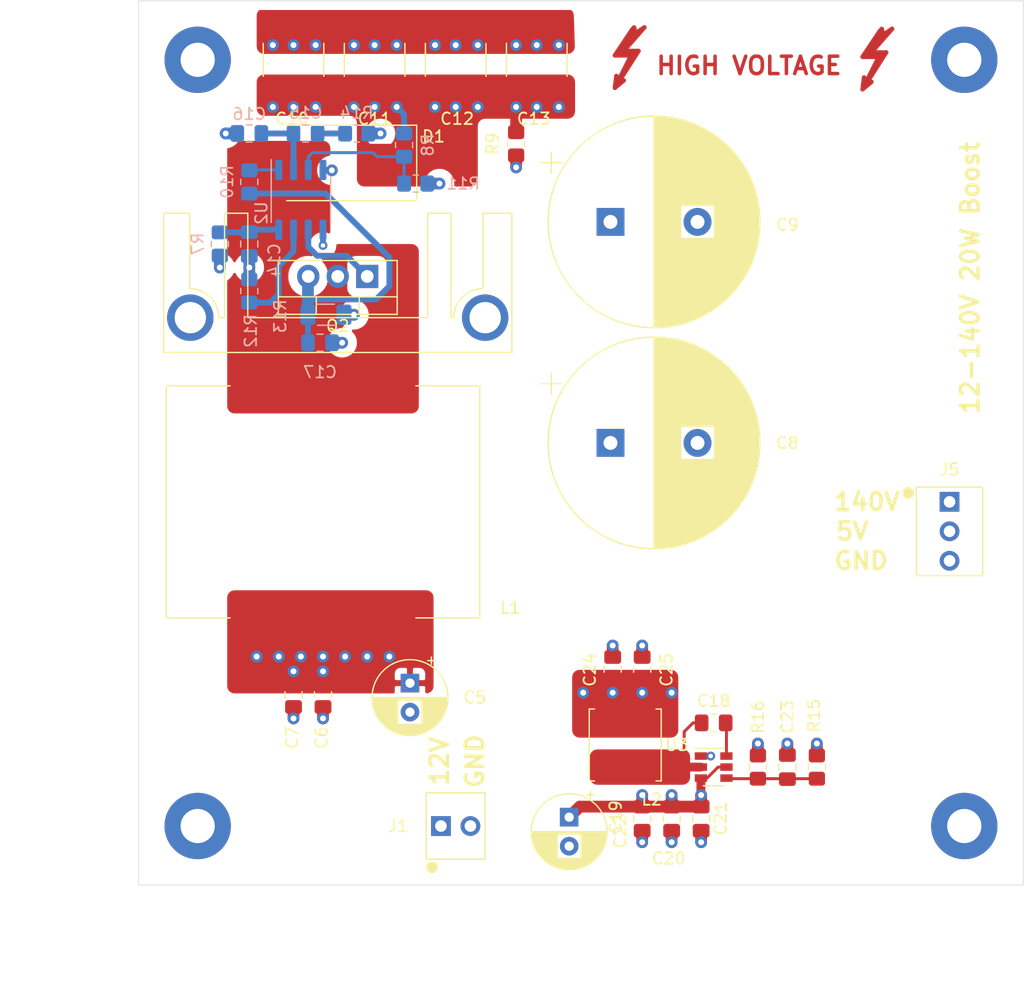
<source format=kicad_pcb>
(kicad_pcb (version 20171130) (host pcbnew "(5.1.9)-1")
  (layers (0 F.Cu signal) (1 In1.Cu signal hide) (2 In2.Cu signal hide) (31 B.Cu signal) (34 B.Paste user) (35 F.Paste user) (36 B.SilkS user) (37 F.SilkS user) (38 B.Mask user) (39 F.Mask user hide) (44 Edge.Cuts user))
  (net 0 "")
  (net 1 GND)
  (net 2 +5V)
  (net 3 +12V)
  (net 4 "Net-(C14-Pad1)")
  (net 5 "Net-(C15-Pad2)")
  (net 6 "Net-(C15-Pad1)")
  (net 7 "Net-(D1-Pad2)")
  (net 8 "Net-(Q2-Pad1)")
  (net 9 "Net-(R11-Pad1)")
  (net 10 150V)
  (net 11 "Net-(R10-Pad2)")
  (net 12 "Net-(R12-Pad1)")
  (net 13 "Net-(C17-Pad1)")
  (net 14 "Net-(C18-Pad2)")
  (net 15 "Net-(C18-Pad1)")
  (net 16 "Net-(C23-Pad2)")
  (module My_Library:640456-3 (layer F.Cu) (at 120.65 96.52)
    (fp_text reference J5 (at 0 -5.334) (layer F.SilkS))
    (fp_text value PWR_OUT)
    (pad 2 thru_hole circle (at 0 0) (size 1.7 1.7) (drill 1) (layers *.Cu *.Mask) (net 2 +5V))
    (pad 1 thru_hole rect (at 0 -2.54) (size 1.7 1.7) (drill 1) (layers *.Cu *.Mask) (net 10 150V))
    (pad 3 thru_hole circle (at 0 2.54) (size 1.7 1.7) (drill 1) (layers *.Cu *.Mask) (net 1 GND))
  )
  (module Capacitor_THT:CP_Radial_D6.3mm_P2.50mm (layer F.Cu) (at 87.884 121.158 270)
    (fp_text reference C22 (at 1.25 -4.4 90) (layer F.SilkS))
    (fp_text value 100uF)
    (pad 2 thru_hole circle (at 2.5 0 270) (size 1.6 1.6) (drill 0.8) (layers *.Cu *.Mask) (net 1 GND))
    (pad 1 thru_hole rect (at 0 0 270) (size 1.6 1.6) (drill 0.8) (layers *.Cu *.Mask) (net 3 +12V))
  )
  (module Inductor_SMD:L_Bourns_SRN6045TA (layer F.Cu) (at 92.71 114.935 270)
    (fp_text reference L2 (at 4.699 -2.286 180) (layer F.SilkS))
    (fp_text value 4.7uH)
    (pad 2 smd rect (at 2.075 0 270) (size 2.35 5.1) (layers F.Cu F.Paste F.Mask) (net 14 "Net-(C18-Pad2)"))
    (pad 1 smd rect (at -2.075 0 270) (size 2.35 5.1) (layers F.Cu F.Paste F.Mask) (net 2 +5V))
  )
  (module Capacitor_SMD:C_0805_2012Metric_Pad1.18x1.45mm_HandSolder (layer F.Cu) (at 100.33 113.03 180)
    (fp_text reference C18 (at 0 1.905) (layer F.SilkS))
    (fp_text value 0.1uF)
    (pad 2 smd roundrect (at 1.0375 0 180) (size 1.175 1.45) (layers F.Cu F.Paste F.Mask) (roundrect_rratio 0.2127659574468085) (net 14 "Net-(C18-Pad2)"))
    (pad 1 smd roundrect (at -1.0375 0 180) (size 1.175 1.45) (layers F.Cu F.Paste F.Mask) (roundrect_rratio 0.2127659574468085) (net 15 "Net-(C18-Pad1)"))
  )
  (module Package_TO_SOT_SMD:SOT-23-6 (layer F.Cu) (at 100.33 116.84)
    (fp_text reference U3 (at -3.175 -1.905) (layer F.SilkS))
    (fp_text value TPS561201)
    (pad 5 smd rect (at 1.1 0) (size 1.06 0.65) (layers F.Cu F.Paste F.Mask) (net 3 +12V))
    (pad 6 smd rect (at 1.1 -0.95) (size 1.06 0.65) (layers F.Cu F.Paste F.Mask) (net 15 "Net-(C18-Pad1)"))
    (pad 4 smd rect (at 1.1 0.95) (size 1.06 0.65) (layers F.Cu F.Paste F.Mask) (net 16 "Net-(C23-Pad2)"))
    (pad 3 smd rect (at -1.1 0.95) (size 1.06 0.65) (layers F.Cu F.Paste F.Mask) (net 3 +12V))
    (pad 2 smd rect (at -1.1 0) (size 1.06 0.65) (layers F.Cu F.Paste F.Mask) (net 14 "Net-(C18-Pad2)"))
    (pad 1 smd rect (at -1.1 -0.95) (size 1.06 0.65) (layers F.Cu F.Paste F.Mask) (net 1 GND))
  )
  (module Symbol:Symbol_Highvoltage_Type1_CopperTop_Small (layer F.Cu) (at 92.202 56.261)
    (fp_text reference REF** hide)
    (fp_text value Symbol_Highvoltage_Type1_CopperTop_Small)
    (fp_line (start -0.127 1.524) (end -0.254 1.016) (layer F.Cu) (width 0.381))
    (fp_line (start 1.016 -0.762) (end -0.127 1.524) (layer F.Cu) (width 0.381))
    (fp_line (start -0.381 -0.762) (end 1.016 -0.762) (layer F.Cu) (width 0.381))
    (fp_line (start 1.143 -3.048) (end -0.381 -0.762) (layer F.Cu) (width 0.381))
    (fp_line (start 1.397 -2.667) (end 1.27 -3.175) (layer F.Cu) (width 0.381))
    (fp_line (start 2.159 -3.175) (end 1.397 -2.667) (layer F.Cu) (width 0.381))
    (fp_line (start 0.381 -1.143) (end 2.159 -3.175) (layer F.Cu) (width 0.381))
    (fp_line (start 1.651 -1.143) (end 0.381 -1.143) (layer F.Cu) (width 0.381))
    (fp_line (start -0.127 1.651) (end 1.651 -1.143) (layer F.Cu) (width 0.381))
    (fp_line (start 0.381 1.397) (end -0.127 1.651) (layer F.Cu) (width 0.381))
    (fp_line (start -0.381 2.032) (end 0.381 1.397) (layer F.Cu) (width 0.381))
    (fp_line (start -0.254 1.016) (end -0.381 2.032) (layer F.Cu) (width 0.381))
    (fp_line (start 0 -0.889) (end 1.27 -0.889) (layer F.Cu) (width 0.381))
    (fp_line (start 1.397 -2.794) (end 0 -0.889) (layer F.Cu) (width 0.381))
  )
  (module Symbol:Symbol_Highvoltage_Type1_CopperTop_Small (layer F.Cu) (at 113.538 56.388)
    (fp_text reference REF** hide)
    (fp_text value Symbol_Highvoltage_Type1_CopperTop_Small)
    (fp_line (start -0.127 1.524) (end -0.254 1.016) (layer F.Cu) (width 0.381))
    (fp_line (start 1.016 -0.762) (end -0.127 1.524) (layer F.Cu) (width 0.381))
    (fp_line (start -0.381 -0.762) (end 1.016 -0.762) (layer F.Cu) (width 0.381))
    (fp_line (start 1.143 -3.048) (end -0.381 -0.762) (layer F.Cu) (width 0.381))
    (fp_line (start 1.397 -2.667) (end 1.27 -3.175) (layer F.Cu) (width 0.381))
    (fp_line (start 2.159 -3.175) (end 1.397 -2.667) (layer F.Cu) (width 0.381))
    (fp_line (start 0.381 -1.143) (end 2.159 -3.175) (layer F.Cu) (width 0.381))
    (fp_line (start 1.651 -1.143) (end 0.381 -1.143) (layer F.Cu) (width 0.381))
    (fp_line (start -0.127 1.651) (end 1.651 -1.143) (layer F.Cu) (width 0.381))
    (fp_line (start 0.381 1.397) (end -0.127 1.651) (layer F.Cu) (width 0.381))
    (fp_line (start -0.381 2.032) (end 0.381 1.397) (layer F.Cu) (width 0.381))
    (fp_line (start -0.254 1.016) (end -0.381 2.032) (layer F.Cu) (width 0.381))
    (fp_line (start 0 -0.889) (end 1.27 -0.889) (layer F.Cu) (width 0.381))
    (fp_line (start 1.397 -2.794) (end 0 -0.889) (layer F.Cu) (width 0.381))
  )
  (module Capacitor_SMD:C_2220_5650Metric_Pad1.97x5.40mm_HandSolder (layer F.Cu) (at 85.09 55.88 90)
    (fp_text reference C13 (at -5.08 -0.254 180) (layer F.SilkS))
    (fp_text value 1uF)
    (pad 2 smd roundrect (at 2.6375 0 90) (size 1.975 5.4) (layers F.Cu F.Paste F.Mask) (roundrect_rratio 0.1265812658227848) (net 1 GND))
    (pad 1 smd roundrect (at -2.6375 0 90) (size 1.975 5.4) (layers F.Cu F.Paste F.Mask) (roundrect_rratio 0.1265812658227848) (net 10 150V))
  )
  (module Capacitor_SMD:C_2220_5650Metric_Pad1.97x5.40mm_HandSolder (layer F.Cu) (at 78.105 55.88 90)
    (fp_text reference C12 (at -5.08 0.127) (layer F.SilkS))
    (fp_text value 1uF)
    (pad 2 smd roundrect (at 2.6375 0 90) (size 1.975 5.4) (layers F.Cu F.Paste F.Mask) (roundrect_rratio 0.1265812658227848) (net 1 GND))
    (pad 1 smd roundrect (at -2.6375 0 90) (size 1.975 5.4) (layers F.Cu F.Paste F.Mask) (roundrect_rratio 0.1265812658227848) (net 10 150V))
  )
  (module Capacitor_SMD:C_2220_5650Metric_Pad1.97x5.40mm_HandSolder (layer F.Cu) (at 71.12 55.88 90)
    (fp_text reference C11 (at -5.08 0 180) (layer F.SilkS))
    (fp_text value 1uF)
    (pad 2 smd roundrect (at 2.6375 0 90) (size 1.975 5.4) (layers F.Cu F.Paste F.Mask) (roundrect_rratio 0.1265812658227848) (net 1 GND))
    (pad 1 smd roundrect (at -2.6375 0 90) (size 1.975 5.4) (layers F.Cu F.Paste F.Mask) (roundrect_rratio 0.1265812658227848) (net 10 150V))
  )
  (module Capacitor_SMD:C_2220_5650Metric_Pad1.97x5.40mm_HandSolder (layer F.Cu) (at 64.135 55.88 90)
    (fp_text reference C10 (at -5.08 -0.127) (layer F.SilkS))
    (fp_text value 1uF)
    (pad 2 smd roundrect (at 2.6375 0 90) (size 1.975 5.4) (layers F.Cu F.Paste F.Mask) (roundrect_rratio 0.1265812658227848) (net 1 GND))
    (pad 1 smd roundrect (at -2.6375 0 90) (size 1.975 5.4) (layers F.Cu F.Paste F.Mask) (roundrect_rratio 0.1265812658227848) (net 10 150V))
  )
  (module "My_Library:#4 Hole" (layer F.Cu) (at 121.92 121.92)
    (fp_text reference REF** hide)
    (fp_text value "#4 Hole")
    (pad 1 thru_hole circle (at 0 0) (size 5.715 5.715) (drill 2.9464) (layers *.Cu *.Mask))
  )
  (module Resistor_SMD:R_0805_2012Metric_Pad1.20x1.40mm_HandSolder (layer B.Cu) (at 60.325 66.405 90)
    (fp_text reference R10 (at 0 -1.905 90) (layer B.SilkS) (effects (justify mirror)))
    (fp_text value 0.0)
    (pad 2 smd roundrect (at 1 0 90) (size 1.2 1.4) (layers B.Cu B.Paste B.Mask) (roundrect_rratio 0.2083325) (net 11 "Net-(R10-Pad2)"))
    (pad 1 smd roundrect (at -1 0 90) (size 1.2 1.4) (layers B.Cu B.Paste B.Mask) (roundrect_rratio 0.2083325) (net 13 "Net-(C17-Pad1)"))
  )
  (module "My_Library:#4 Hole" (layer F.Cu) (at 121.92 55.88)
    (fp_text reference REF** hide)
    (fp_text value "#4 Hole")
    (pad 1 thru_hole circle (at 0 0) (size 5.715 5.715) (drill 2.9464) (layers *.Cu *.Mask))
  )
  (module "My_Library:#4 Hole" (layer F.Cu) (at 55.88 121.92)
    (fp_text reference REF** hide)
    (fp_text value "#4 Hole")
    (pad 1 thru_hole circle (at 0 0) (size 5.715 5.715) (drill 2.9464) (layers *.Cu *.Mask))
  )
  (module "My_Library:#4 Hole" (layer F.Cu) (at 55.88 55.88)
    (fp_text reference REF** hide)
    (fp_text value "#4 Hole")
    (pad 1 thru_hole circle (at 0 0) (size 5.715 5.715) (drill 2.9464) (layers *.Cu *.Mask))
  )
  (module Package_SO:SO-8_3.9x4.9mm_P1.27mm (layer B.Cu) (at 64.77 67.945 270)
    (fp_text reference U2 (at 1.143 3.4 270) (layer B.SilkS) (effects (justify mirror)))
    (fp_text value LM3478)
    (pad 8 smd roundrect (at 2.575 1.905 270) (size 1.75 0.6) (layers B.Cu B.Paste B.Mask) (net 4 "Net-(C14-Pad1)"))
    (pad 7 smd roundrect (at 2.575 0.635 270) (size 1.75 0.6) (layers B.Cu B.Paste B.Mask) (net 12 "Net-(R12-Pad1)"))
    (pad 6 smd roundrect (at 2.575 -0.635 270) (size 1.75 0.6) (layers B.Cu B.Paste B.Mask) (net 8 "Net-(Q2-Pad1)"))
    (pad 5 smd roundrect (at 2.575 -1.905 270) (size 1.75 0.6) (layers B.Cu B.Paste B.Mask) (net 1 GND))
    (pad 4 smd roundrect (at -2.575 -1.905 270) (size 1.75 0.6) (layers B.Cu B.Paste B.Mask) (net 1 GND))
    (pad 3 smd roundrect (at -2.575 -0.635 270) (size 1.75 0.6) (layers B.Cu B.Paste B.Mask) (net 9 "Net-(R11-Pad1)"))
    (pad 2 smd roundrect (at -2.575 0.635 270) (size 1.75 0.6) (layers B.Cu B.Paste B.Mask) (net 6 "Net-(C15-Pad1)"))
    (pad 1 smd roundrect (at -2.575 1.905 270) (size 1.75 0.6) (layers B.Cu B.Paste B.Mask) (net 11 "Net-(R10-Pad2)"))
  )
  (module Resistor_SMD:R_0805_2012Metric_Pad1.20x1.40mm_HandSolder (layer F.Cu) (at 104.14 116.84 90)
    (fp_text reference R16 (at 4.318 0 90) (layer F.SilkS))
    (fp_text value 10k)
    (pad 2 smd roundrect (at 1 0 90) (size 1.2 1.4) (layers F.Cu F.Paste F.Mask) (roundrect_rratio 0.2083325) (net 1 GND))
    (pad 1 smd roundrect (at -1 0 90) (size 1.2 1.4) (layers F.Cu F.Paste F.Mask) (roundrect_rratio 0.2083325) (net 16 "Net-(C23-Pad2)"))
  )
  (module Resistor_SMD:R_0805_2012Metric_Pad1.20x1.40mm_HandSolder (layer F.Cu) (at 109.22 116.84 270)
    (fp_text reference R15 (at -4.445 0.254 90) (layer F.SilkS))
    (fp_text value 52.3k)
    (pad 2 smd roundrect (at 1 0 270) (size 1.2 1.4) (layers F.Cu F.Paste F.Mask) (roundrect_rratio 0.2083325) (net 16 "Net-(C23-Pad2)"))
    (pad 1 smd roundrect (at -1 0 270) (size 1.2 1.4) (layers F.Cu F.Paste F.Mask) (roundrect_rratio 0.2083325) (net 2 +5V))
  )
  (module Resistor_SMD:R_0805_2012Metric_Pad1.20x1.40mm_HandSolder (layer B.Cu) (at 69.58 62.23)
    (fp_text reference R14 (at 0 -1.778) (layer B.SilkS) (effects (justify mirror)))
    (fp_text value 49.9k)
    (pad 2 smd roundrect (at 1 0) (size 1.2 1.4) (layers B.Cu B.Paste B.Mask) (roundrect_rratio 0.2083325) (net 1 GND))
    (pad 1 smd roundrect (at -1 0) (size 1.2 1.4) (layers B.Cu B.Paste B.Mask) (roundrect_rratio 0.2083325) (net 5 "Net-(C15-Pad2)"))
  )
  (module Resistor_SMD:R_1206_3216Metric_Pad1.30x1.75mm_HandSolder (layer B.Cu) (at 66.929 77.851)
    (fp_text reference R13 (at -3.937 0.127 90) (layer B.SilkS) (effects (justify mirror)))
    (fp_text value 39m)
    (pad 2 smd roundrect (at 1.55 0) (size 1.3 1.75) (layers B.Cu B.Paste B.Mask) (roundrect_rratio 0.1923069230769231) (net 1 GND))
    (pad 1 smd roundrect (at -1.55 0) (size 1.3 1.75) (layers B.Cu B.Paste B.Mask) (roundrect_rratio 0.1923069230769231) (net 13 "Net-(C17-Pad1)"))
  )
  (module Resistor_SMD:R_0805_2012Metric_Pad1.20x1.40mm_HandSolder (layer B.Cu) (at 60.325 75.803 90)
    (fp_text reference R12 (at -3.445 0.127 90) (layer B.SilkS) (effects (justify mirror)))
    (fp_text value 49.9k)
    (pad 2 smd roundrect (at 1 0 90) (size 1.2 1.4) (layers B.Cu B.Paste B.Mask) (roundrect_rratio 0.2083325) (net 1 GND))
    (pad 1 smd roundrect (at -1 0 90) (size 1.2 1.4) (layers B.Cu B.Paste B.Mask) (roundrect_rratio 0.2083325) (net 12 "Net-(R12-Pad1)"))
  )
  (module Resistor_SMD:R_0805_2012Metric_Pad1.20x1.40mm_HandSolder (layer B.Cu) (at 74.66 66.548)
    (fp_text reference R11 (at 4.08 0 180) (layer B.SilkS) (effects (justify mirror)))
    (fp_text value 1.6k)
    (pad 2 smd roundrect (at 1 0) (size 1.2 1.4) (layers B.Cu B.Paste B.Mask) (roundrect_rratio 0.2083325) (net 1 GND))
    (pad 1 smd roundrect (at -1 0) (size 1.2 1.4) (layers B.Cu B.Paste B.Mask) (roundrect_rratio 0.2083325) (net 9 "Net-(R11-Pad1)"))
  )
  (module Resistor_SMD:R_0805_2012Metric_Pad1.20x1.40mm_HandSolder (layer F.Cu) (at 83.312 63.119 270)
    (fp_text reference R9 (at 0 2.032 90) (layer F.SilkS))
    (fp_text value 1M)
    (pad 2 smd roundrect (at 1 0 270) (size 1.2 1.4) (layers F.Cu F.Paste F.Mask) (roundrect_rratio 0.2083325) (net 1 GND))
    (pad 1 smd roundrect (at -1 0 270) (size 1.2 1.4) (layers F.Cu F.Paste F.Mask) (roundrect_rratio 0.2083325) (net 10 150V))
  )
  (module Resistor_SMD:R_0805_2012Metric_Pad1.20x1.40mm_HandSolder (layer B.Cu) (at 73.66 63.23 270)
    (fp_text reference R8 (at 0 -2.032 270) (layer B.SilkS) (effects (justify mirror)))
    (fp_text value 180k)
    (pad 2 smd roundrect (at 1 0 270) (size 1.2 1.4) (layers B.Cu B.Paste B.Mask) (roundrect_rratio 0.2083325) (net 9 "Net-(R11-Pad1)"))
    (pad 1 smd roundrect (at -1 0 270) (size 1.2 1.4) (layers B.Cu B.Paste B.Mask) (roundrect_rratio 0.2083325) (net 10 150V))
  )
  (module Resistor_SMD:R_0805_2012Metric_Pad1.20x1.40mm_HandSolder (layer B.Cu) (at 57.785 71.755 90)
    (fp_text reference R7 (at 0 -1.905 90) (layer B.SilkS) (effects (justify mirror)))
    (fp_text value 20)
    (pad 2 smd roundrect (at 1 0 90) (size 1.2 1.4) (layers B.Cu B.Paste B.Mask) (roundrect_rratio 0.2083325) (net 4 "Net-(C14-Pad1)"))
    (pad 1 smd roundrect (at -1 0 90) (size 1.2 1.4) (layers B.Cu B.Paste B.Mask) (roundrect_rratio 0.2083325) (net 3 +12V))
  )
  (module Package_TO_SOT_THT:TO-220-3_Vertical (layer F.Cu) (at 70.485 74.549 180)
    (fp_text reference Q2 (at 2.54 -4.27) (layer F.SilkS))
    (fp_text value STF13NM60N)
    (pad 3 thru_hole oval (at 5.08 0 180) (size 1.905 2) (drill 1.1) (layers *.Cu *.Mask) (net 13 "Net-(C17-Pad1)"))
    (pad 2 thru_hole oval (at 2.54 0 180) (size 1.905 2) (drill 1.1) (layers *.Cu *.Mask) (net 7 "Net-(D1-Pad2)"))
    (pad 1 thru_hole rect (at 0 0 180) (size 1.905 2) (drill 1.1) (layers *.Cu *.Mask) (net 8 "Net-(Q2-Pad1)"))
  )
  (module My_Library:L_Murata_6000B (layer F.Cu) (at 66.675 93.98 270)
    (fp_text reference L1 (at 9.144 -16.129 180) (layer F.SilkS))
    (fp_text value 330uH)
    (pad 2 smd rect (at 10.4 0 90) (size 3 14) (layers F.Cu F.Paste F.Mask) (net 3 +12V))
    (pad 1 smd rect (at -10.4 0 270) (size 3 14) (layers F.Cu F.Paste F.Mask) (net 7 "Net-(D1-Pad2)"))
  )
  (module My_Library:640456-2 (layer F.Cu) (at 78.105 121.92 90)
    (fp_text reference J1 (at 0 -4.953 180) (layer F.SilkS))
    (fp_text value PWR_IN)
    (pad 2 thru_hole circle (at 0 1.27 90) (size 1.7 1.7) (drill 1) (layers *.Cu *.Mask) (net 1 GND))
    (pad 1 thru_hole rect (at 0 -1.27 90) (size 1.7 1.7) (drill 1) (layers *.Cu *.Mask) (net 3 +12V))
  )
  (module My_Library:V6560W (layer F.Cu) (at 67.945 78.105)
    (fp_text reference HS1 hide)
    (fp_text value V6560W)
    (pad 1 thru_hole circle (at 12.7 0 180) (size 4 4) (drill 2.7) (layers *.Cu *.Mask))
    (pad 1 thru_hole circle (at -12.7 0) (size 4 4) (drill 2.7) (layers *.Cu *.Mask))
  )
  (module Diode_SMD:D_SMC_Handsoldering (layer F.Cu) (at 67.945 64.77 180)
    (fp_text reference D1 (at -8.255 2.286) (layer F.SilkS))
    (fp_text value MUR860J)
    (pad 2 smd rect (at 4.4 0 270) (size 3.3 4.5) (layers F.Cu F.Paste F.Mask) (net 7 "Net-(D1-Pad2)"))
    (pad 1 smd rect (at -4.4 0 270) (size 3.3 4.5) (layers F.Cu F.Paste F.Mask) (net 10 150V))
  )
  (module Capacitor_SMD:C_0805_2012Metric_Pad1.18x1.45mm_HandSolder (layer F.Cu) (at 94.1705 108.3945 90)
    (fp_text reference C25 (at -0.0635 2.0955 90) (layer F.SilkS))
    (fp_text value 22uF)
    (pad 2 smd roundrect (at 1.0375 0 90) (size 1.175 1.45) (layers F.Cu F.Paste F.Mask) (roundrect_rratio 0.2127659574468085) (net 1 GND))
    (pad 1 smd roundrect (at -1.0375 0 90) (size 1.175 1.45) (layers F.Cu F.Paste F.Mask) (roundrect_rratio 0.2127659574468085) (net 2 +5V))
  )
  (module Capacitor_SMD:C_0805_2012Metric_Pad1.18x1.45mm_HandSolder (layer F.Cu) (at 91.6305 108.3945 90)
    (fp_text reference C24 (at -0.0635 -1.9685 90) (layer F.SilkS))
    (fp_text value 22uF)
    (pad 2 smd roundrect (at 1.0375 0 90) (size 1.175 1.45) (layers F.Cu F.Paste F.Mask) (roundrect_rratio 0.2127659574468085) (net 1 GND))
    (pad 1 smd roundrect (at -1.0375 0 90) (size 1.175 1.45) (layers F.Cu F.Paste F.Mask) (roundrect_rratio 0.2127659574468085) (net 2 +5V))
  )
  (module Capacitor_SMD:C_0805_2012Metric_Pad1.18x1.45mm_HandSolder (layer F.Cu) (at 106.68 116.84 270)
    (fp_text reference C23 (at -4.318 0 90) (layer F.SilkS))
    (fp_text value 22pF)
    (pad 2 smd roundrect (at 1.0375 0 270) (size 1.175 1.45) (layers F.Cu F.Paste F.Mask) (roundrect_rratio 0.2127659574468085) (net 16 "Net-(C23-Pad2)"))
    (pad 1 smd roundrect (at -1.0375 0 270) (size 1.175 1.45) (layers F.Cu F.Paste F.Mask) (roundrect_rratio 0.2127659574468085) (net 2 +5V))
  )
  (module Capacitor_SMD:C_0805_2012Metric_Pad1.18x1.45mm_HandSolder (layer F.Cu) (at 99.2505 121.285 270)
    (fp_text reference C21 (at 0 -1.68 90) (layer F.SilkS))
    (fp_text value 0.1uF)
    (pad 2 smd roundrect (at 1.0375 0 270) (size 1.175 1.45) (layers F.Cu F.Paste F.Mask) (roundrect_rratio 0.2127659574468085) (net 1 GND))
    (pad 1 smd roundrect (at -1.0375 0 270) (size 1.175 1.45) (layers F.Cu F.Paste F.Mask) (roundrect_rratio 0.2127659574468085) (net 3 +12V))
  )
  (module Capacitor_SMD:C_0805_2012Metric_Pad1.18x1.45mm_HandSolder (layer F.Cu) (at 96.7105 121.285 270)
    (fp_text reference C20 (at 3.429 0.254 180) (layer F.SilkS))
    (fp_text value 10uF)
    (pad 2 smd roundrect (at 1.0375 0 270) (size 1.175 1.45) (layers F.Cu F.Paste F.Mask) (roundrect_rratio 0.2127659574468085) (net 1 GND))
    (pad 1 smd roundrect (at -1.0375 0 270) (size 1.175 1.45) (layers F.Cu F.Paste F.Mask) (roundrect_rratio 0.2127659574468085) (net 3 +12V))
  )
  (module Capacitor_SMD:C_0805_2012Metric_Pad1.18x1.45mm_HandSolder (layer F.Cu) (at 94.1705 121.285 270)
    (fp_text reference C19 (at -0.127 2.286 90) (layer F.SilkS))
    (fp_text value 10uF)
    (pad 2 smd roundrect (at 1.0375 0 270) (size 1.175 1.45) (layers F.Cu F.Paste F.Mask) (roundrect_rratio 0.2127659574468085) (net 1 GND))
    (pad 1 smd roundrect (at -1.0375 0 270) (size 1.175 1.45) (layers F.Cu F.Paste F.Mask) (roundrect_rratio 0.2127659574468085) (net 3 +12V))
  )
  (module Capacitor_SMD:C_0805_2012Metric_Pad1.18x1.45mm_HandSolder (layer B.Cu) (at 66.421 80.264)
    (fp_text reference C17 (at 0 2.54) (layer B.SilkS) (effects (justify mirror)))
    (fp_text value 10nF)
    (pad 2 smd roundrect (at 1.0375 0) (size 1.175 1.45) (layers B.Cu B.Paste B.Mask) (roundrect_rratio 0.2127659574468085) (net 1 GND))
    (pad 1 smd roundrect (at -1.0375 0) (size 1.175 1.45) (layers B.Cu B.Paste B.Mask) (roundrect_rratio 0.2127659574468085) (net 13 "Net-(C17-Pad1)"))
  )
  (module Capacitor_SMD:C_0805_2012Metric_Pad1.18x1.45mm_HandSolder (layer B.Cu) (at 60.325 62.23 180)
    (fp_text reference C16 (at 0 1.68) (layer B.SilkS) (effects (justify mirror)))
    (fp_text value 3.3nF)
    (pad 2 smd roundrect (at 1.0375 0 180) (size 1.175 1.45) (layers B.Cu B.Paste B.Mask) (roundrect_rratio 0.2127659574468085) (net 1 GND))
    (pad 1 smd roundrect (at -1.0375 0 180) (size 1.175 1.45) (layers B.Cu B.Paste B.Mask) (roundrect_rratio 0.2127659574468085) (net 6 "Net-(C15-Pad1)"))
  )
  (module Capacitor_SMD:C_0805_2012Metric_Pad1.18x1.45mm_HandSolder (layer B.Cu) (at 65.1725 62.23)
    (fp_text reference C15 (at 0 -1.778) (layer B.SilkS) (effects (justify mirror)))
    (fp_text value 0.16uF)
    (pad 2 smd roundrect (at 1.0375 0) (size 1.175 1.45) (layers B.Cu B.Paste B.Mask) (roundrect_rratio 0.2127659574468085) (net 5 "Net-(C15-Pad2)"))
    (pad 1 smd roundrect (at -1.0375 0) (size 1.175 1.45) (layers B.Cu B.Paste B.Mask) (roundrect_rratio 0.2127659574468085) (net 6 "Net-(C15-Pad1)"))
  )
  (module Capacitor_SMD:C_0805_2012Metric_Pad1.18x1.45mm_HandSolder (layer B.Cu) (at 60.325 71.755 270)
    (fp_text reference C14 (at 1.397 -2.159 90) (layer B.SilkS) (effects (justify mirror)))
    (fp_text value 0.1uF)
    (pad 2 smd roundrect (at 1.0375 0 270) (size 1.175 1.45) (layers B.Cu B.Paste B.Mask) (roundrect_rratio 0.2127659574468085) (net 1 GND))
    (pad 1 smd roundrect (at -1.0375 0 270) (size 1.175 1.45) (layers B.Cu B.Paste B.Mask) (roundrect_rratio 0.2127659574468085) (net 4 "Net-(C14-Pad1)"))
  )
  (module Capacitor_THT:CP_Radial_D18.0mm_P7.50mm (layer F.Cu) (at 91.44 69.85)
    (fp_text reference C9 (at 15.24 0.254) (layer F.SilkS))
    (fp_text value 82uF)
    (pad 2 thru_hole circle (at 7.5 0) (size 2.4 2.4) (drill 1.2) (layers *.Cu *.Mask) (net 1 GND))
    (pad 1 thru_hole rect (at 0 0) (size 2.4 2.4) (drill 1.2) (layers *.Cu *.Mask) (net 10 150V))
  )
  (module Capacitor_THT:CP_Radial_D18.0mm_P7.50mm (layer F.Cu) (at 91.44 88.9)
    (fp_text reference C8 (at 15.24 0) (layer F.SilkS))
    (fp_text value 82uF)
    (pad 2 thru_hole circle (at 7.5 0) (size 2.4 2.4) (drill 1.2) (layers *.Cu *.Mask) (net 1 GND))
    (pad 1 thru_hole rect (at 0 0) (size 2.4 2.4) (drill 1.2) (layers *.Cu *.Mask) (net 10 150V))
  )
  (module Capacitor_SMD:C_0805_2012Metric_Pad1.18x1.45mm_HandSolder (layer F.Cu) (at 64.135 110.617 270)
    (fp_text reference C7 (at 3.683 0.127 90) (layer F.SilkS))
    (fp_text value 10uF)
    (pad 2 smd roundrect (at 1.0375 0 270) (size 1.175 1.45) (layers F.Cu F.Paste F.Mask) (roundrect_rratio 0.2127659574468085) (net 1 GND))
    (pad 1 smd roundrect (at -1.0375 0 270) (size 1.175 1.45) (layers F.Cu F.Paste F.Mask) (roundrect_rratio 0.2127659574468085) (net 3 +12V))
  )
  (module Capacitor_SMD:C_0805_2012Metric_Pad1.18x1.45mm_HandSolder (layer F.Cu) (at 66.675 110.617 270)
    (fp_text reference C6 (at 3.683 0.127 90) (layer F.SilkS))
    (fp_text value 10uF)
    (pad 2 smd roundrect (at 1.0375 0 270) (size 1.175 1.45) (layers F.Cu F.Paste F.Mask) (roundrect_rratio 0.2127659574468085) (net 1 GND))
    (pad 1 smd roundrect (at -1.0375 0 270) (size 1.175 1.45) (layers F.Cu F.Paste F.Mask) (roundrect_rratio 0.2127659574468085) (net 3 +12V))
  )
  (module Capacitor_THT:CP_Radial_D6.3mm_P2.50mm (layer F.Cu) (at 74.168 109.601 270)
    (fp_text reference C5 (at 1.25 -5.588 180) (layer F.SilkS))
    (fp_text value 100uF)
    (pad 2 thru_hole circle (at 2.5 0 270) (size 1.6 1.6) (drill 0.8) (layers *.Cu *.Mask) (net 1 GND))
    (pad 1 thru_hole rect (at 0 0 270) (size 1.6 1.6) (drill 0.8) (layers *.Cu *.Mask) (net 3 +12V))
  )
  (gr_text GND (at 113.03 99.06) (layer F.SilkS) (effects (font (size 1.5 1.5) (thickness 0.3))))
  (gr_text 5V (at 112.268 96.52) (layer F.SilkS) (effects (font (size 1.5 1.5) (thickness 0.3))))
  (gr_text 140V (at 113.538 93.98) (layer F.SilkS) (effects (font (size 1.5 1.5) (thickness 0.3))))
  (gr_text "12-140V 20W Boost" (at 122.428 74.676 90) (layer F.SilkS) (effects (font (size 1.5 1.5) (thickness 0.3))))
  (gr_text "HIGH VOLTAGE" (at 103.378 56.388) (layer F.Cu) (effects (font (size 1.5 1.5) (thickness 0.3))))
  (gr_text GND (at 79.756 116.332 90) (layer F.SilkS) (effects (font (size 1.5 1.5) (thickness 0.3))))
  (gr_text 12V (at 76.708 116.332 90) (layer F.SilkS) (effects (font (size 1.5 1.5) (thickness 0.3))))
  (gr_line (start 127 127) (end 127 50.8) (layer Edge.Cuts) (width 0.05))
  (gr_line (start 50.8 50.8) (end 127 50.8) (layer Edge.Cuts) (width 0.05))
  (gr_line (start 50.8 127) (end 127 127) (layer Edge.Cuts) (width 0.05))
  (gr_line (start 50.8 127) (end 50.8 50.8) (layer Edge.Cuts) (width 0.05))
  (via (at 100.076 115.8875) (size 0.762) (drill 0.381) (layers F.Cu B.Cu) (net 1))
  (via (at 104.14 114.808) (size 1.016) (drill 0.508) (layers F.Cu B.Cu) (net 1))
  (via (at 64.135 112.649) (size 1.016) (drill 0.508) (layers F.Cu B.Cu) (net 1))
  (via (at 66.675 112.649) (size 1.016) (drill 0.508) (layers F.Cu B.Cu) (net 1))
  (via (at 83.312 54.61) (size 1.016) (drill 0.508) (layers F.Cu B.Cu) (net 1))
  (via (at 85.09 54.61) (size 1.016) (drill 0.508) (layers F.Cu B.Cu) (net 1))
  (via (at 86.995 54.61) (size 1.016) (drill 0.508) (layers F.Cu B.Cu) (net 1))
  (segment (start 86.995 54.61) (end 86.995 53.1835) (width 1.016) (layer F.Cu) (net 1))
  (segment (start 83.312 54.61) (end 83.312 53.1835) (width 1.016) (layer F.Cu) (net 1))
  (segment (start 85.09 54.61) (end 85.09 53.1835) (width 1.016) (layer F.Cu) (net 1))
  (via (at 76.327 54.61) (size 1.016) (drill 0.508) (layers F.Cu B.Cu) (net 1))
  (via (at 78.105 54.61) (size 1.016) (drill 0.508) (layers F.Cu B.Cu) (net 1))
  (via (at 80.01 54.61) (size 1.016) (drill 0.508) (layers F.Cu B.Cu) (net 1))
  (segment (start 80.01 54.61) (end 80.01 53.1835) (width 1.016) (layer F.Cu) (net 1))
  (segment (start 76.327 54.61) (end 76.327 53.1835) (width 1.016) (layer F.Cu) (net 1))
  (segment (start 78.105 54.61) (end 78.105 53.1835) (width 1.016) (layer F.Cu) (net 1))
  (via (at 69.342 54.61) (size 1.016) (drill 0.508) (layers F.Cu B.Cu) (net 1))
  (via (at 71.12 54.61) (size 1.016) (drill 0.508) (layers F.Cu B.Cu) (net 1))
  (via (at 73.025 54.61) (size 1.016) (drill 0.508) (layers F.Cu B.Cu) (net 1))
  (segment (start 73.025 54.61) (end 73.025 53.1835) (width 1.016) (layer F.Cu) (net 1))
  (segment (start 69.342 54.61) (end 69.342 53.1835) (width 1.016) (layer F.Cu) (net 1))
  (segment (start 71.12 54.61) (end 71.12 53.1835) (width 1.016) (layer F.Cu) (net 1))
  (via (at 62.357 54.61) (size 1.016) (drill 0.508) (layers F.Cu B.Cu) (net 1))
  (via (at 64.135 54.61) (size 1.016) (drill 0.508) (layers F.Cu B.Cu) (net 1))
  (via (at 66.04 54.61) (size 1.016) (drill 0.508) (layers F.Cu B.Cu) (net 1))
  (segment (start 66.04 54.61) (end 66.04 53.1835) (width 1.016) (layer F.Cu) (net 1))
  (segment (start 62.357 54.61) (end 62.357 53.1835) (width 1.016) (layer F.Cu) (net 1))
  (segment (start 64.135 54.61) (end 64.135 53.1835) (width 1.016) (layer F.Cu) (net 1))
  (via (at 83.312 65.151) (size 1.016) (drill 0.508) (layers F.Cu B.Cu) (net 1))
  (segment (start 83.312 65.151) (end 83.312 64.119) (width 1.016) (layer F.Cu) (net 1))
  (via (at 60.325 73.787) (size 1.016) (drill 0.508) (layers F.Cu B.Cu) (net 1))
  (segment (start 60.325 74.803) (end 60.325 72.7925) (width 1.016) (layer B.Cu) (net 1))
  (via (at 58.293 62.23) (size 1.016) (drill 0.508) (layers F.Cu B.Cu) (net 1))
  (segment (start 58.293 62.23) (end 59.2875 62.23) (width 1.016) (layer B.Cu) (net 1))
  (via (at 69.342 77.851) (size 1.016) (drill 0.508) (layers F.Cu B.Cu) (net 1))
  (via (at 67.437 65.405) (size 1.016) (drill 0.508) (layers F.Cu B.Cu) (net 1))
  (segment (start 66.71 65.405) (end 66.675 65.37) (width 0.508) (layer B.Cu) (net 1))
  (segment (start 67.437 65.405) (end 66.71 65.405) (width 0.508) (layer B.Cu) (net 1))
  (via (at 71.628 62.23) (size 1.016) (drill 0.508) (layers F.Cu B.Cu) (net 1))
  (segment (start 71.628 62.23) (end 70.58 62.23) (width 1.016) (layer B.Cu) (net 1))
  (via (at 76.708 66.548) (size 1.016) (drill 0.508) (layers F.Cu B.Cu) (net 1))
  (via (at 68.326 80.264) (size 1.016) (drill 0.508) (layers F.Cu B.Cu) (net 1))
  (segment (start 76.708 66.548) (end 75.66 66.548) (width 1.016) (layer B.Cu) (net 1))
  (via (at 66.675 71.882) (size 0.762) (drill 0.381) (layers F.Cu B.Cu) (net 1))
  (segment (start 66.675 70.52) (end 66.675 71.882) (width 0.508) (layer B.Cu) (net 1))
  (segment (start 64.135 112.649) (end 64.135 111.6545) (width 1.016) (layer F.Cu) (net 1))
  (segment (start 66.675 112.649) (end 66.675 111.6545) (width 1.016) (layer F.Cu) (net 1))
  (via (at 94.1705 106.3625) (size 1.016) (drill 0.508) (layers F.Cu B.Cu) (net 1))
  (via (at 91.6305 106.3625) (size 1.016) (drill 0.508) (layers F.Cu B.Cu) (net 1))
  (segment (start 91.6305 106.3625) (end 91.6305 107.357) (width 1.016) (layer F.Cu) (net 1))
  (segment (start 94.1705 106.3625) (end 94.1705 107.357) (width 1.016) (layer F.Cu) (net 1))
  (via (at 94.1705 123.317) (size 1.016) (drill 0.508) (layers F.Cu B.Cu) (net 1))
  (via (at 96.7105 123.317) (size 1.016) (drill 0.508) (layers F.Cu B.Cu) (net 1))
  (via (at 99.2505 123.317) (size 1.016) (drill 0.508) (layers F.Cu B.Cu) (net 1))
  (segment (start 94.1705 123.317) (end 94.1705 122.3225) (width 1.016) (layer F.Cu) (net 1))
  (segment (start 96.7105 122.3225) (end 96.7105 123.317) (width 1.016) (layer F.Cu) (net 1))
  (segment (start 99.3775 122.4495) (end 99.2505 122.3225) (width 1.016) (layer F.Cu) (net 1))
  (segment (start 99.2505 123.317) (end 99.2505 122.4495) (width 1.016) (layer F.Cu) (net 1))
  (segment (start 104.14 114.808) (end 104.14 115.84) (width 1.016) (layer F.Cu) (net 1))
  (segment (start 99.2325 115.8875) (end 99.23 115.89) (width 0.508) (layer F.Cu) (net 1))
  (segment (start 100.076 115.8875) (end 99.2325 115.8875) (width 0.508) (layer F.Cu) (net 1))
  (segment (start 69.342 77.851) (end 68.479 77.851) (width 1.016) (layer B.Cu) (net 1))
  (segment (start 68.326 80.264) (end 67.4585 80.264) (width 1.016) (layer B.Cu) (net 1))
  (via (at 89.0905 110.4265) (size 1.016) (drill 0.508) (layers F.Cu B.Cu) (net 2))
  (via (at 96.7105 110.4265) (size 1.016) (drill 0.508) (layers F.Cu B.Cu) (net 2))
  (via (at 109.22 114.808) (size 1.016) (drill 0.508) (layers F.Cu B.Cu) (net 2))
  (via (at 106.68 114.808) (size 1.016) (drill 0.508) (layers F.Cu B.Cu) (net 2))
  (segment (start 106.68 114.808) (end 106.68 115.8025) (width 1.016) (layer F.Cu) (net 2))
  (segment (start 109.22 114.808) (end 109.22 115.84) (width 1.016) (layer F.Cu) (net 2))
  (via (at 91.6305 110.4265) (size 1.016) (drill 0.508) (layers F.Cu B.Cu) (net 2))
  (via (at 94.1705 110.4265) (size 1.016) (drill 0.508) (layers F.Cu B.Cu) (net 2))
  (segment (start 91.6305 110.4265) (end 91.6305 109.432) (width 1.016) (layer F.Cu) (net 2))
  (segment (start 94.1705 110.4265) (end 94.1705 109.432) (width 1.016) (layer F.Cu) (net 2))
  (via (at 60.96 107.315) (size 1.016) (drill 0.508) (layers F.Cu B.Cu) (net 3))
  (via (at 62.865 107.315) (size 1.016) (drill 0.508) (layers F.Cu B.Cu) (net 3))
  (via (at 64.77 107.315) (size 1.016) (drill 0.508) (layers F.Cu B.Cu) (net 3))
  (via (at 66.675 107.315) (size 1.016) (drill 0.508) (layers F.Cu B.Cu) (net 3))
  (via (at 68.58 107.315) (size 1.016) (drill 0.508) (layers F.Cu B.Cu) (net 3))
  (via (at 70.485 107.315) (size 1.016) (drill 0.508) (layers F.Cu B.Cu) (net 3))
  (via (at 72.39 107.315) (size 1.016) (drill 0.508) (layers F.Cu B.Cu) (net 3))
  (via (at 64.135 108.585) (size 1.016) (drill 0.508) (layers F.Cu B.Cu) (net 3))
  (via (at 66.675 108.585) (size 1.016) (drill 0.508) (layers F.Cu B.Cu) (net 3))
  (via (at 57.785 73.787) (size 1.016) (drill 0.508) (layers F.Cu B.Cu) (net 3))
  (segment (start 57.785 73.787) (end 57.785 72.755) (width 1.016) (layer B.Cu) (net 3))
  (segment (start 64.135 109.5795) (end 64.135 108.585) (width 1.016) (layer F.Cu) (net 3))
  (segment (start 66.675 109.5795) (end 66.675 108.585) (width 1.016) (layer F.Cu) (net 3))
  (via (at 94.1705 119.253) (size 1.016) (drill 0.508) (layers F.Cu B.Cu) (net 3))
  (via (at 96.7105 119.253) (size 1.016) (drill 0.508) (layers F.Cu B.Cu) (net 3))
  (via (at 99.2505 119.253) (size 1.016) (drill 0.508) (layers F.Cu B.Cu) (net 3))
  (segment (start 94.1705 120.2475) (end 94.1705 120.015) (width 1.016) (layer F.Cu) (net 3))
  (segment (start 94.1705 120.015) (end 94.1705 119.253) (width 1.016) (layer F.Cu) (net 3))
  (segment (start 96.7105 120.2475) (end 96.7105 119.253) (width 1.016) (layer F.Cu) (net 3))
  (segment (start 99.2505 120.2475) (end 99.2505 119.253) (width 1.016) (layer F.Cu) (net 3))
  (segment (start 94.1705 120.2475) (end 99.2505 120.2475) (width 1.016) (layer F.Cu) (net 3))
  (segment (start 99.3655 119.138) (end 99.2505 119.253) (width 0.254) (layer F.Cu) (net 3))
  (segment (start 101.43 116.84) (end 100.711 116.84) (width 0.254) (layer F.Cu) (net 3))
  (segment (start 99.761 117.79) (end 99.23 117.79) (width 0.254) (layer F.Cu) (net 3))
  (segment (start 100.711 116.84) (end 99.761 117.79) (width 0.254) (layer F.Cu) (net 3))
  (segment (start 99.23 119.2325) (end 99.2505 119.253) (width 0.762) (layer F.Cu) (net 3))
  (segment (start 99.23 117.983) (end 99.23 119.4255) (width 0.762) (layer F.Cu) (net 3))
  (segment (start 88.7945 120.2475) (end 87.884 121.158) (width 1.016) (layer F.Cu) (net 3))
  (segment (start 94.1705 120.2475) (end 88.7945 120.2475) (width 1.016) (layer F.Cu) (net 3))
  (segment (start 60.2875 70.755) (end 60.325 70.7175) (width 0.508) (layer B.Cu) (net 4))
  (segment (start 57.785 70.755) (end 60.2875 70.755) (width 0.508) (layer B.Cu) (net 4))
  (segment (start 60.5225 70.52) (end 60.325 70.7175) (width 0.508) (layer B.Cu) (net 4))
  (segment (start 62.865 70.52) (end 60.5225 70.52) (width 0.508) (layer B.Cu) (net 4))
  (segment (start 66.21 62.23) (end 68.58 62.23) (width 0.508) (layer B.Cu) (net 5))
  (segment (start 64.135 65.37) (end 64.135 62.23) (width 0.508) (layer B.Cu) (net 6))
  (segment (start 61.3625 62.23) (end 64.135 62.23) (width 0.508) (layer B.Cu) (net 6))
  (segment (start 65.405 70.52) (end 65.405 72.009) (width 0.508) (layer B.Cu) (net 8))
  (segment (start 65.405 72.009) (end 66.167 72.771) (width 0.508) (layer B.Cu) (net 8))
  (segment (start 68.707 72.771) (end 70.485 74.549) (width 0.508) (layer B.Cu) (net 8))
  (segment (start 66.167 72.771) (end 68.707 72.771) (width 0.508) (layer B.Cu) (net 8))
  (segment (start 73.66 64.23) (end 73.66 66.548) (width 0.254) (layer B.Cu) (net 9))
  (segment (start 65.405 65.37) (end 65.405 64.262) (width 0.254) (layer B.Cu) (net 9))
  (segment (start 65.405 64.262) (end 65.786 63.881) (width 0.254) (layer B.Cu) (net 9))
  (segment (start 65.786 63.881) (end 70.993 63.881) (width 0.254) (layer B.Cu) (net 9))
  (segment (start 71.342 64.23) (end 73.66 64.23) (width 0.254) (layer B.Cu) (net 9))
  (segment (start 70.993 63.881) (end 71.342 64.23) (width 0.254) (layer B.Cu) (net 9))
  (via (at 83.312 59.944) (size 1.016) (drill 0.508) (layers F.Cu B.Cu) (net 10))
  (via (at 85.09 59.944) (size 1.016) (drill 0.508) (layers F.Cu B.Cu) (net 10))
  (via (at 86.995 59.944) (size 1.016) (drill 0.508) (layers F.Cu B.Cu) (net 10))
  (segment (start 86.995 59.944) (end 86.995 58.5175) (width 1.016) (layer F.Cu) (net 10))
  (segment (start 83.312 59.944) (end 83.312 58.5175) (width 1.016) (layer F.Cu) (net 10))
  (segment (start 85.09 59.944) (end 85.09 58.5175) (width 1.016) (layer F.Cu) (net 10))
  (via (at 76.327 59.944) (size 1.016) (drill 0.508) (layers F.Cu B.Cu) (net 10))
  (via (at 78.105 59.944) (size 1.016) (drill 0.508) (layers F.Cu B.Cu) (net 10))
  (via (at 80.01 59.944) (size 1.016) (drill 0.508) (layers F.Cu B.Cu) (net 10))
  (segment (start 80.01 59.944) (end 80.01 58.5175) (width 1.016) (layer F.Cu) (net 10))
  (segment (start 76.327 59.944) (end 76.327 58.5175) (width 1.016) (layer F.Cu) (net 10))
  (segment (start 78.105 59.944) (end 78.105 58.5175) (width 1.016) (layer F.Cu) (net 10))
  (via (at 69.342 59.944) (size 1.016) (drill 0.508) (layers F.Cu B.Cu) (net 10))
  (via (at 71.12 59.944) (size 1.016) (drill 0.508) (layers F.Cu B.Cu) (net 10))
  (via (at 73.025 59.944) (size 1.016) (drill 0.508) (layers F.Cu B.Cu) (net 10))
  (segment (start 73.025 59.944) (end 73.025 58.5175) (width 1.016) (layer F.Cu) (net 10))
  (segment (start 69.342 59.944) (end 69.342 58.5175) (width 1.016) (layer F.Cu) (net 10))
  (segment (start 71.12 59.944) (end 71.12 58.5175) (width 1.016) (layer F.Cu) (net 10))
  (segment (start 62.357 59.944) (end 62.357 58.5175) (width 1.016) (layer F.Cu) (net 10))
  (segment (start 66.04 59.944) (end 66.04 58.5175) (width 1.016) (layer F.Cu) (net 10))
  (via (at 62.357 59.944) (size 1.016) (drill 0.508) (layers F.Cu B.Cu) (net 10))
  (via (at 66.04 59.944) (size 1.016) (drill 0.508) (layers F.Cu B.Cu) (net 10))
  (via (at 64.135 59.944) (size 1.016) (drill 0.508) (layers F.Cu B.Cu) (net 10))
  (segment (start 64.135 59.944) (end 64.135 58.5175) (width 1.016) (layer F.Cu) (net 10))
  (segment (start 83.312 59.944) (end 83.312 62.119) (width 1.016) (layer F.Cu) (net 10))
  (segment (start 73.025 59.944) (end 73.66 60.579) (width 0.508) (layer B.Cu) (net 10))
  (segment (start 73.66 60.579) (end 73.66 62.23) (width 0.508) (layer B.Cu) (net 10))
  (segment (start 60.36 65.37) (end 60.325 65.405) (width 0.254) (layer B.Cu) (net 11))
  (segment (start 62.865 65.37) (end 60.36 65.37) (width 0.254) (layer B.Cu) (net 11))
  (segment (start 64.135 70.52) (end 64.135 72.39) (width 0.508) (layer B.Cu) (net 12))
  (segment (start 64.135 72.39) (end 62.865 73.66) (width 0.508) (layer B.Cu) (net 12))
  (segment (start 62.135 76.803) (end 60.325 76.803) (width 0.508) (layer B.Cu) (net 12))
  (segment (start 62.865 76.073) (end 62.135 76.803) (width 0.508) (layer B.Cu) (net 12))
  (segment (start 62.865 76.073) (end 62.865 73.66) (width 0.508) (layer B.Cu) (net 12))
  (segment (start 65.379 74.575) (end 65.405 74.549) (width 1.016) (layer B.Cu) (net 13))
  (segment (start 65.3835 77.8555) (end 65.379 77.851) (width 0.508) (layer B.Cu) (net 13))
  (segment (start 65.3835 80.264) (end 65.3835 77.8555) (width 0.508) (layer B.Cu) (net 13))
  (segment (start 65.379 76.607) (end 65.379 74.575) (width 1.016) (layer B.Cu) (net 13))
  (segment (start 65.379 77.851) (end 65.379 76.607) (width 1.016) (layer B.Cu) (net 13))
  (segment (start 71.255112 76.53149) (end 65.45451 76.53149) (width 0.508) (layer B.Cu) (net 13))
  (segment (start 65.45451 76.53149) (end 65.379 76.607) (width 0.508) (layer B.Cu) (net 13))
  (segment (start 72.39 75.396602) (end 71.255112 76.53149) (width 0.508) (layer B.Cu) (net 13))
  (segment (start 72.39 72.898) (end 72.39 75.396602) (width 0.508) (layer B.Cu) (net 13))
  (segment (start 66.897 67.405) (end 72.39 72.898) (width 0.508) (layer B.Cu) (net 13))
  (segment (start 60.325 67.405) (end 66.897 67.405) (width 0.508) (layer B.Cu) (net 13))
  (segment (start 92.88 116.84) (end 92.71 117.01) (width 0.762) (layer F.Cu) (net 14))
  (segment (start 99.23 116.84) (end 96.774 116.84) (width 0.762) (layer F.Cu) (net 14))
  (segment (start 99.2925 113.03) (end 98.552 113.03) (width 0.254) (layer F.Cu) (net 14))
  (segment (start 98.552 113.03) (end 97.79 113.792) (width 0.254) (layer F.Cu) (net 14))
  (segment (start 97.79 113.792) (end 97.79 116.078) (width 0.254) (layer F.Cu) (net 14))
  (segment (start 101.43 113.0925) (end 101.3675 113.03) (width 0.254) (layer F.Cu) (net 15))
  (segment (start 101.43 115.89) (end 101.43 113.0925) (width 0.254) (layer F.Cu) (net 15))
  (segment (start 109.1825 117.8775) (end 109.22 117.84) (width 0.254) (layer F.Cu) (net 16))
  (segment (start 101.48 117.84) (end 101.43 117.79) (width 0.254) (layer F.Cu) (net 16))
  (segment (start 109.22 117.84) (end 101.48 117.84) (width 0.254) (layer F.Cu) (net 16))
  (zone (net 7) (net_name "Net-(D1-Pad2)") (layer F.Cu) (connect_pads yes (clearance 0.762)) (min_thickness 0.254) (fill yes (arc_segments 32) (thermal_gap 0.508) (thermal_bridge_width 0.508) (smoothing fillet) (radius 0.635))
    (polygon (pts (xy 67.31 71.755) (xy 74.93 71.755) (xy 74.93 86.36) (xy 58.42 86.36) (xy 58.42 62.865) (xy 67.31 62.865)))
  )
  (zone (net 10) (net_name 150V) (layer F.Cu) (connect_pads yes (clearance 0.762)) (min_thickness 0.254) (fill yes (arc_segments 32) (thermal_gap 0.508) (thermal_bridge_width 0.508) (smoothing fillet) (radius 0.635))
    (polygon (pts (xy 88.392 60.96) (xy 80.01 60.96) (xy 80.01 66.802) (xy 69.596 66.802) (xy 69.596 60.706) (xy 60.96 60.706) (xy 60.96 57.15) (xy 88.392 57.15)))
  )
  (zone (net 3) (net_name +12V) (layer F.Cu) (connect_pads thru_hole_only (clearance 0.254)) (min_thickness 0.254) (fill yes (arc_segments 32) (thermal_gap 0.508) (thermal_bridge_width 0.508) (smoothing fillet) (radius 0.635))
    (polygon (pts (xy 76.2 110.49) (xy 58.42 110.49) (xy 58.42 101.6) (xy 76.2 101.6)))
  )
  (zone (net 1) (net_name GND) (layer F.Cu) (connect_pads thru_hole_only (clearance 0.762)) (min_thickness 0.254) (fill yes (arc_segments 32) (thermal_gap 0.508) (thermal_bridge_width 0.508) (smoothing fillet) (radius 0.635))
    (polygon (pts (xy 88.392 55.372) (xy 60.96 55.372) (xy 60.96 51.435) (xy 88.265 51.435)))
  )
  (zone (net 2) (net_name +5V) (layer F.Cu) (connect_pads thru_hole_only (clearance 0.381)) (min_thickness 0.254) (fill yes (arc_segments 32) (thermal_gap 0.508) (thermal_bridge_width 0.508) (smoothing fillet) (radius 0.635))
    (polygon (pts (xy 97.282 114.3) (xy 88.138 114.3) (xy 88.138 108.458) (xy 97.282 108.458)))
  )
  (zone (net 14) (net_name "Net-(C18-Pad2)") (layer F.Cu) (connect_pads thru_hole_only (clearance 0.381)) (min_thickness 0.254) (fill yes (arc_segments 32) (thermal_gap 0.508) (thermal_bridge_width 0.508) (smoothing fillet) (radius 0.635))
    (polygon (pts (xy 98.298 118.364) (xy 89.662 118.364) (xy 89.662 115.316) (xy 98.298 115.316)))
  )
)
</source>
